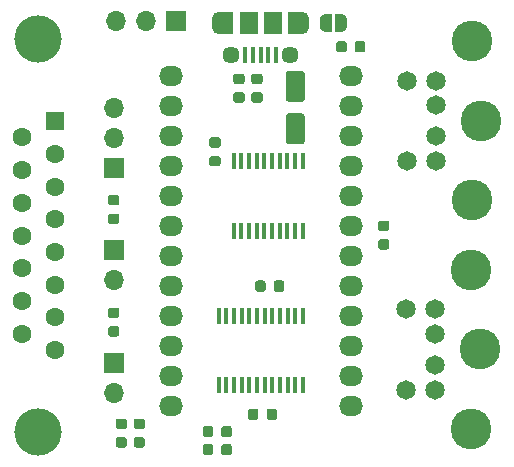
<source format=gbr>
G04 #@! TF.GenerationSoftware,KiCad,Pcbnew,5.1.4*
G04 #@! TF.CreationDate,2019-09-04T15:58:37+02:00*
G04 #@! TF.ProjectId,usb-to-ps2-gameport-hat-arduino-pro-mini,7573622d-746f-42d7-9073-322d67616d65,1.2*
G04 #@! TF.SameCoordinates,Original*
G04 #@! TF.FileFunction,Soldermask,Top*
G04 #@! TF.FilePolarity,Negative*
%FSLAX46Y46*%
G04 Gerber Fmt 4.6, Leading zero omitted, Abs format (unit mm)*
G04 Created by KiCad (PCBNEW 5.1.4) date 2019-09-04 15:58:37*
%MOMM*%
%LPD*%
G04 APERTURE LIST*
%ADD10R,1.600000X1.600000*%
%ADD11C,1.600000*%
%ADD12C,4.000000*%
%ADD13O,1.700000X1.700000*%
%ADD14R,1.700000X1.700000*%
%ADD15C,3.450000*%
%ADD16C,1.650000*%
%ADD17C,0.100000*%
%ADD18C,0.875000*%
%ADD19C,0.500000*%
%ADD20O,2.032000X1.727200*%
%ADD21R,0.450000X1.475000*%
%ADD22R,1.500000X1.900000*%
%ADD23C,1.450000*%
%ADD24R,0.400000X1.350000*%
%ADD25O,1.200000X1.900000*%
%ADD26R,1.200000X1.900000*%
%ADD27R,0.450000X1.450000*%
G04 APERTURE END LIST*
D10*
X146812000Y-84582000D03*
D11*
X146812000Y-87352000D03*
X146812000Y-90122000D03*
X146812000Y-92892000D03*
X146812000Y-95662000D03*
X146812000Y-98432000D03*
X146812000Y-101202000D03*
X146812000Y-103972000D03*
X143972000Y-85967000D03*
X143972000Y-88737000D03*
X143972000Y-91507000D03*
X143972000Y-94277000D03*
X143972000Y-97047000D03*
X143972000Y-99817000D03*
X143972000Y-102587000D03*
D12*
X145392000Y-77627000D03*
X145392000Y-110927000D03*
D13*
X151955500Y-76073000D03*
X154495500Y-76073000D03*
D14*
X157035500Y-76073000D03*
D15*
X182070000Y-91298500D03*
X182870000Y-84548500D03*
X182070000Y-77798500D03*
D16*
X176570000Y-87948500D03*
X176570000Y-81148500D03*
X179070000Y-87948500D03*
X179070000Y-81148500D03*
X179070000Y-85848500D03*
X179070000Y-83248500D03*
D15*
X182006500Y-110666000D03*
X182806500Y-103916000D03*
X182006500Y-97166000D03*
D16*
X176506500Y-107316000D03*
X176506500Y-100516000D03*
X179006500Y-107316000D03*
X179006500Y-100516000D03*
X179006500Y-105216000D03*
X179006500Y-102616000D03*
D17*
G36*
X171283691Y-77821553D02*
G01*
X171304926Y-77824703D01*
X171325750Y-77829919D01*
X171345962Y-77837151D01*
X171365368Y-77846330D01*
X171383781Y-77857366D01*
X171401024Y-77870154D01*
X171416930Y-77884570D01*
X171431346Y-77900476D01*
X171444134Y-77917719D01*
X171455170Y-77936132D01*
X171464349Y-77955538D01*
X171471581Y-77975750D01*
X171476797Y-77996574D01*
X171479947Y-78017809D01*
X171481000Y-78039250D01*
X171481000Y-78551750D01*
X171479947Y-78573191D01*
X171476797Y-78594426D01*
X171471581Y-78615250D01*
X171464349Y-78635462D01*
X171455170Y-78654868D01*
X171444134Y-78673281D01*
X171431346Y-78690524D01*
X171416930Y-78706430D01*
X171401024Y-78720846D01*
X171383781Y-78733634D01*
X171365368Y-78744670D01*
X171345962Y-78753849D01*
X171325750Y-78761081D01*
X171304926Y-78766297D01*
X171283691Y-78769447D01*
X171262250Y-78770500D01*
X170824750Y-78770500D01*
X170803309Y-78769447D01*
X170782074Y-78766297D01*
X170761250Y-78761081D01*
X170741038Y-78753849D01*
X170721632Y-78744670D01*
X170703219Y-78733634D01*
X170685976Y-78720846D01*
X170670070Y-78706430D01*
X170655654Y-78690524D01*
X170642866Y-78673281D01*
X170631830Y-78654868D01*
X170622651Y-78635462D01*
X170615419Y-78615250D01*
X170610203Y-78594426D01*
X170607053Y-78573191D01*
X170606000Y-78551750D01*
X170606000Y-78039250D01*
X170607053Y-78017809D01*
X170610203Y-77996574D01*
X170615419Y-77975750D01*
X170622651Y-77955538D01*
X170631830Y-77936132D01*
X170642866Y-77917719D01*
X170655654Y-77900476D01*
X170670070Y-77884570D01*
X170685976Y-77870154D01*
X170703219Y-77857366D01*
X170721632Y-77846330D01*
X170741038Y-77837151D01*
X170761250Y-77829919D01*
X170782074Y-77824703D01*
X170803309Y-77821553D01*
X170824750Y-77820500D01*
X171262250Y-77820500D01*
X171283691Y-77821553D01*
X171283691Y-77821553D01*
G37*
D18*
X171043500Y-78295500D03*
D17*
G36*
X172858691Y-77821553D02*
G01*
X172879926Y-77824703D01*
X172900750Y-77829919D01*
X172920962Y-77837151D01*
X172940368Y-77846330D01*
X172958781Y-77857366D01*
X172976024Y-77870154D01*
X172991930Y-77884570D01*
X173006346Y-77900476D01*
X173019134Y-77917719D01*
X173030170Y-77936132D01*
X173039349Y-77955538D01*
X173046581Y-77975750D01*
X173051797Y-77996574D01*
X173054947Y-78017809D01*
X173056000Y-78039250D01*
X173056000Y-78551750D01*
X173054947Y-78573191D01*
X173051797Y-78594426D01*
X173046581Y-78615250D01*
X173039349Y-78635462D01*
X173030170Y-78654868D01*
X173019134Y-78673281D01*
X173006346Y-78690524D01*
X172991930Y-78706430D01*
X172976024Y-78720846D01*
X172958781Y-78733634D01*
X172940368Y-78744670D01*
X172920962Y-78753849D01*
X172900750Y-78761081D01*
X172879926Y-78766297D01*
X172858691Y-78769447D01*
X172837250Y-78770500D01*
X172399750Y-78770500D01*
X172378309Y-78769447D01*
X172357074Y-78766297D01*
X172336250Y-78761081D01*
X172316038Y-78753849D01*
X172296632Y-78744670D01*
X172278219Y-78733634D01*
X172260976Y-78720846D01*
X172245070Y-78706430D01*
X172230654Y-78690524D01*
X172217866Y-78673281D01*
X172206830Y-78654868D01*
X172197651Y-78635462D01*
X172190419Y-78615250D01*
X172185203Y-78594426D01*
X172182053Y-78573191D01*
X172181000Y-78551750D01*
X172181000Y-78039250D01*
X172182053Y-78017809D01*
X172185203Y-77996574D01*
X172190419Y-77975750D01*
X172197651Y-77955538D01*
X172206830Y-77936132D01*
X172217866Y-77917719D01*
X172230654Y-77900476D01*
X172245070Y-77884570D01*
X172260976Y-77870154D01*
X172278219Y-77857366D01*
X172296632Y-77846330D01*
X172316038Y-77837151D01*
X172336250Y-77829919D01*
X172357074Y-77824703D01*
X172378309Y-77821553D01*
X172399750Y-77820500D01*
X172837250Y-77820500D01*
X172858691Y-77821553D01*
X172858691Y-77821553D01*
G37*
D18*
X172618500Y-78295500D03*
D17*
G36*
X174902691Y-93010053D02*
G01*
X174923926Y-93013203D01*
X174944750Y-93018419D01*
X174964962Y-93025651D01*
X174984368Y-93034830D01*
X175002781Y-93045866D01*
X175020024Y-93058654D01*
X175035930Y-93073070D01*
X175050346Y-93088976D01*
X175063134Y-93106219D01*
X175074170Y-93124632D01*
X175083349Y-93144038D01*
X175090581Y-93164250D01*
X175095797Y-93185074D01*
X175098947Y-93206309D01*
X175100000Y-93227750D01*
X175100000Y-93665250D01*
X175098947Y-93686691D01*
X175095797Y-93707926D01*
X175090581Y-93728750D01*
X175083349Y-93748962D01*
X175074170Y-93768368D01*
X175063134Y-93786781D01*
X175050346Y-93804024D01*
X175035930Y-93819930D01*
X175020024Y-93834346D01*
X175002781Y-93847134D01*
X174984368Y-93858170D01*
X174964962Y-93867349D01*
X174944750Y-93874581D01*
X174923926Y-93879797D01*
X174902691Y-93882947D01*
X174881250Y-93884000D01*
X174368750Y-93884000D01*
X174347309Y-93882947D01*
X174326074Y-93879797D01*
X174305250Y-93874581D01*
X174285038Y-93867349D01*
X174265632Y-93858170D01*
X174247219Y-93847134D01*
X174229976Y-93834346D01*
X174214070Y-93819930D01*
X174199654Y-93804024D01*
X174186866Y-93786781D01*
X174175830Y-93768368D01*
X174166651Y-93748962D01*
X174159419Y-93728750D01*
X174154203Y-93707926D01*
X174151053Y-93686691D01*
X174150000Y-93665250D01*
X174150000Y-93227750D01*
X174151053Y-93206309D01*
X174154203Y-93185074D01*
X174159419Y-93164250D01*
X174166651Y-93144038D01*
X174175830Y-93124632D01*
X174186866Y-93106219D01*
X174199654Y-93088976D01*
X174214070Y-93073070D01*
X174229976Y-93058654D01*
X174247219Y-93045866D01*
X174265632Y-93034830D01*
X174285038Y-93025651D01*
X174305250Y-93018419D01*
X174326074Y-93013203D01*
X174347309Y-93010053D01*
X174368750Y-93009000D01*
X174881250Y-93009000D01*
X174902691Y-93010053D01*
X174902691Y-93010053D01*
G37*
D18*
X174625000Y-93446500D03*
D17*
G36*
X174902691Y-94585053D02*
G01*
X174923926Y-94588203D01*
X174944750Y-94593419D01*
X174964962Y-94600651D01*
X174984368Y-94609830D01*
X175002781Y-94620866D01*
X175020024Y-94633654D01*
X175035930Y-94648070D01*
X175050346Y-94663976D01*
X175063134Y-94681219D01*
X175074170Y-94699632D01*
X175083349Y-94719038D01*
X175090581Y-94739250D01*
X175095797Y-94760074D01*
X175098947Y-94781309D01*
X175100000Y-94802750D01*
X175100000Y-95240250D01*
X175098947Y-95261691D01*
X175095797Y-95282926D01*
X175090581Y-95303750D01*
X175083349Y-95323962D01*
X175074170Y-95343368D01*
X175063134Y-95361781D01*
X175050346Y-95379024D01*
X175035930Y-95394930D01*
X175020024Y-95409346D01*
X175002781Y-95422134D01*
X174984368Y-95433170D01*
X174964962Y-95442349D01*
X174944750Y-95449581D01*
X174923926Y-95454797D01*
X174902691Y-95457947D01*
X174881250Y-95459000D01*
X174368750Y-95459000D01*
X174347309Y-95457947D01*
X174326074Y-95454797D01*
X174305250Y-95449581D01*
X174285038Y-95442349D01*
X174265632Y-95433170D01*
X174247219Y-95422134D01*
X174229976Y-95409346D01*
X174214070Y-95394930D01*
X174199654Y-95379024D01*
X174186866Y-95361781D01*
X174175830Y-95343368D01*
X174166651Y-95323962D01*
X174159419Y-95303750D01*
X174154203Y-95282926D01*
X174151053Y-95261691D01*
X174150000Y-95240250D01*
X174150000Y-94802750D01*
X174151053Y-94781309D01*
X174154203Y-94760074D01*
X174159419Y-94739250D01*
X174166651Y-94719038D01*
X174175830Y-94699632D01*
X174186866Y-94681219D01*
X174199654Y-94663976D01*
X174214070Y-94648070D01*
X174229976Y-94633654D01*
X174247219Y-94620866D01*
X174265632Y-94609830D01*
X174285038Y-94600651D01*
X174305250Y-94593419D01*
X174326074Y-94588203D01*
X174347309Y-94585053D01*
X174368750Y-94584000D01*
X174881250Y-94584000D01*
X174902691Y-94585053D01*
X174902691Y-94585053D01*
G37*
D18*
X174625000Y-95021500D03*
D19*
X169720500Y-76263500D03*
D17*
G36*
X170220500Y-77013500D02*
G01*
X169720500Y-77013500D01*
X169720500Y-77012898D01*
X169695966Y-77012898D01*
X169647135Y-77008088D01*
X169599010Y-76998516D01*
X169552055Y-76984272D01*
X169506722Y-76965495D01*
X169463449Y-76942364D01*
X169422650Y-76915104D01*
X169384721Y-76883976D01*
X169350024Y-76849279D01*
X169318896Y-76811350D01*
X169291636Y-76770551D01*
X169268505Y-76727278D01*
X169249728Y-76681945D01*
X169235484Y-76634990D01*
X169225912Y-76586865D01*
X169221102Y-76538034D01*
X169221102Y-76513500D01*
X169220500Y-76513500D01*
X169220500Y-76013500D01*
X169221102Y-76013500D01*
X169221102Y-75988966D01*
X169225912Y-75940135D01*
X169235484Y-75892010D01*
X169249728Y-75845055D01*
X169268505Y-75799722D01*
X169291636Y-75756449D01*
X169318896Y-75715650D01*
X169350024Y-75677721D01*
X169384721Y-75643024D01*
X169422650Y-75611896D01*
X169463449Y-75584636D01*
X169506722Y-75561505D01*
X169552055Y-75542728D01*
X169599010Y-75528484D01*
X169647135Y-75518912D01*
X169695966Y-75514102D01*
X169720500Y-75514102D01*
X169720500Y-75513500D01*
X170220500Y-75513500D01*
X170220500Y-77013500D01*
X170220500Y-77013500D01*
G37*
D19*
X171020500Y-76263500D03*
D17*
G36*
X171020500Y-75514102D02*
G01*
X171045034Y-75514102D01*
X171093865Y-75518912D01*
X171141990Y-75528484D01*
X171188945Y-75542728D01*
X171234278Y-75561505D01*
X171277551Y-75584636D01*
X171318350Y-75611896D01*
X171356279Y-75643024D01*
X171390976Y-75677721D01*
X171422104Y-75715650D01*
X171449364Y-75756449D01*
X171472495Y-75799722D01*
X171491272Y-75845055D01*
X171505516Y-75892010D01*
X171515088Y-75940135D01*
X171519898Y-75988966D01*
X171519898Y-76013500D01*
X171520500Y-76013500D01*
X171520500Y-76513500D01*
X171519898Y-76513500D01*
X171519898Y-76538034D01*
X171515088Y-76586865D01*
X171505516Y-76634990D01*
X171491272Y-76681945D01*
X171472495Y-76727278D01*
X171449364Y-76770551D01*
X171422104Y-76811350D01*
X171390976Y-76849279D01*
X171356279Y-76883976D01*
X171318350Y-76915104D01*
X171277551Y-76942364D01*
X171234278Y-76965495D01*
X171188945Y-76984272D01*
X171141990Y-76998516D01*
X171093865Y-77008088D01*
X171045034Y-77012898D01*
X171020500Y-77012898D01*
X171020500Y-77013500D01*
X170520500Y-77013500D01*
X170520500Y-75513500D01*
X171020500Y-75513500D01*
X171020500Y-75514102D01*
X171020500Y-75514102D01*
G37*
G36*
X154201691Y-109774053D02*
G01*
X154222926Y-109777203D01*
X154243750Y-109782419D01*
X154263962Y-109789651D01*
X154283368Y-109798830D01*
X154301781Y-109809866D01*
X154319024Y-109822654D01*
X154334930Y-109837070D01*
X154349346Y-109852976D01*
X154362134Y-109870219D01*
X154373170Y-109888632D01*
X154382349Y-109908038D01*
X154389581Y-109928250D01*
X154394797Y-109949074D01*
X154397947Y-109970309D01*
X154399000Y-109991750D01*
X154399000Y-110429250D01*
X154397947Y-110450691D01*
X154394797Y-110471926D01*
X154389581Y-110492750D01*
X154382349Y-110512962D01*
X154373170Y-110532368D01*
X154362134Y-110550781D01*
X154349346Y-110568024D01*
X154334930Y-110583930D01*
X154319024Y-110598346D01*
X154301781Y-110611134D01*
X154283368Y-110622170D01*
X154263962Y-110631349D01*
X154243750Y-110638581D01*
X154222926Y-110643797D01*
X154201691Y-110646947D01*
X154180250Y-110648000D01*
X153667750Y-110648000D01*
X153646309Y-110646947D01*
X153625074Y-110643797D01*
X153604250Y-110638581D01*
X153584038Y-110631349D01*
X153564632Y-110622170D01*
X153546219Y-110611134D01*
X153528976Y-110598346D01*
X153513070Y-110583930D01*
X153498654Y-110568024D01*
X153485866Y-110550781D01*
X153474830Y-110532368D01*
X153465651Y-110512962D01*
X153458419Y-110492750D01*
X153453203Y-110471926D01*
X153450053Y-110450691D01*
X153449000Y-110429250D01*
X153449000Y-109991750D01*
X153450053Y-109970309D01*
X153453203Y-109949074D01*
X153458419Y-109928250D01*
X153465651Y-109908038D01*
X153474830Y-109888632D01*
X153485866Y-109870219D01*
X153498654Y-109852976D01*
X153513070Y-109837070D01*
X153528976Y-109822654D01*
X153546219Y-109809866D01*
X153564632Y-109798830D01*
X153584038Y-109789651D01*
X153604250Y-109782419D01*
X153625074Y-109777203D01*
X153646309Y-109774053D01*
X153667750Y-109773000D01*
X154180250Y-109773000D01*
X154201691Y-109774053D01*
X154201691Y-109774053D01*
G37*
D18*
X153924000Y-110210500D03*
D17*
G36*
X154201691Y-111349053D02*
G01*
X154222926Y-111352203D01*
X154243750Y-111357419D01*
X154263962Y-111364651D01*
X154283368Y-111373830D01*
X154301781Y-111384866D01*
X154319024Y-111397654D01*
X154334930Y-111412070D01*
X154349346Y-111427976D01*
X154362134Y-111445219D01*
X154373170Y-111463632D01*
X154382349Y-111483038D01*
X154389581Y-111503250D01*
X154394797Y-111524074D01*
X154397947Y-111545309D01*
X154399000Y-111566750D01*
X154399000Y-112004250D01*
X154397947Y-112025691D01*
X154394797Y-112046926D01*
X154389581Y-112067750D01*
X154382349Y-112087962D01*
X154373170Y-112107368D01*
X154362134Y-112125781D01*
X154349346Y-112143024D01*
X154334930Y-112158930D01*
X154319024Y-112173346D01*
X154301781Y-112186134D01*
X154283368Y-112197170D01*
X154263962Y-112206349D01*
X154243750Y-112213581D01*
X154222926Y-112218797D01*
X154201691Y-112221947D01*
X154180250Y-112223000D01*
X153667750Y-112223000D01*
X153646309Y-112221947D01*
X153625074Y-112218797D01*
X153604250Y-112213581D01*
X153584038Y-112206349D01*
X153564632Y-112197170D01*
X153546219Y-112186134D01*
X153528976Y-112173346D01*
X153513070Y-112158930D01*
X153498654Y-112143024D01*
X153485866Y-112125781D01*
X153474830Y-112107368D01*
X153465651Y-112087962D01*
X153458419Y-112067750D01*
X153453203Y-112046926D01*
X153450053Y-112025691D01*
X153449000Y-112004250D01*
X153449000Y-111566750D01*
X153450053Y-111545309D01*
X153453203Y-111524074D01*
X153458419Y-111503250D01*
X153465651Y-111483038D01*
X153474830Y-111463632D01*
X153485866Y-111445219D01*
X153498654Y-111427976D01*
X153513070Y-111412070D01*
X153528976Y-111397654D01*
X153546219Y-111384866D01*
X153564632Y-111373830D01*
X153584038Y-111364651D01*
X153604250Y-111357419D01*
X153625074Y-111352203D01*
X153646309Y-111349053D01*
X153667750Y-111348000D01*
X154180250Y-111348000D01*
X154201691Y-111349053D01*
X154201691Y-111349053D01*
G37*
D18*
X153924000Y-111785500D03*
D17*
G36*
X159980691Y-111921053D02*
G01*
X160001926Y-111924203D01*
X160022750Y-111929419D01*
X160042962Y-111936651D01*
X160062368Y-111945830D01*
X160080781Y-111956866D01*
X160098024Y-111969654D01*
X160113930Y-111984070D01*
X160128346Y-111999976D01*
X160141134Y-112017219D01*
X160152170Y-112035632D01*
X160161349Y-112055038D01*
X160168581Y-112075250D01*
X160173797Y-112096074D01*
X160176947Y-112117309D01*
X160178000Y-112138750D01*
X160178000Y-112651250D01*
X160176947Y-112672691D01*
X160173797Y-112693926D01*
X160168581Y-112714750D01*
X160161349Y-112734962D01*
X160152170Y-112754368D01*
X160141134Y-112772781D01*
X160128346Y-112790024D01*
X160113930Y-112805930D01*
X160098024Y-112820346D01*
X160080781Y-112833134D01*
X160062368Y-112844170D01*
X160042962Y-112853349D01*
X160022750Y-112860581D01*
X160001926Y-112865797D01*
X159980691Y-112868947D01*
X159959250Y-112870000D01*
X159521750Y-112870000D01*
X159500309Y-112868947D01*
X159479074Y-112865797D01*
X159458250Y-112860581D01*
X159438038Y-112853349D01*
X159418632Y-112844170D01*
X159400219Y-112833134D01*
X159382976Y-112820346D01*
X159367070Y-112805930D01*
X159352654Y-112790024D01*
X159339866Y-112772781D01*
X159328830Y-112754368D01*
X159319651Y-112734962D01*
X159312419Y-112714750D01*
X159307203Y-112693926D01*
X159304053Y-112672691D01*
X159303000Y-112651250D01*
X159303000Y-112138750D01*
X159304053Y-112117309D01*
X159307203Y-112096074D01*
X159312419Y-112075250D01*
X159319651Y-112055038D01*
X159328830Y-112035632D01*
X159339866Y-112017219D01*
X159352654Y-111999976D01*
X159367070Y-111984070D01*
X159382976Y-111969654D01*
X159400219Y-111956866D01*
X159418632Y-111945830D01*
X159438038Y-111936651D01*
X159458250Y-111929419D01*
X159479074Y-111924203D01*
X159500309Y-111921053D01*
X159521750Y-111920000D01*
X159959250Y-111920000D01*
X159980691Y-111921053D01*
X159980691Y-111921053D01*
G37*
D18*
X159740500Y-112395000D03*
D17*
G36*
X161555691Y-111921053D02*
G01*
X161576926Y-111924203D01*
X161597750Y-111929419D01*
X161617962Y-111936651D01*
X161637368Y-111945830D01*
X161655781Y-111956866D01*
X161673024Y-111969654D01*
X161688930Y-111984070D01*
X161703346Y-111999976D01*
X161716134Y-112017219D01*
X161727170Y-112035632D01*
X161736349Y-112055038D01*
X161743581Y-112075250D01*
X161748797Y-112096074D01*
X161751947Y-112117309D01*
X161753000Y-112138750D01*
X161753000Y-112651250D01*
X161751947Y-112672691D01*
X161748797Y-112693926D01*
X161743581Y-112714750D01*
X161736349Y-112734962D01*
X161727170Y-112754368D01*
X161716134Y-112772781D01*
X161703346Y-112790024D01*
X161688930Y-112805930D01*
X161673024Y-112820346D01*
X161655781Y-112833134D01*
X161637368Y-112844170D01*
X161617962Y-112853349D01*
X161597750Y-112860581D01*
X161576926Y-112865797D01*
X161555691Y-112868947D01*
X161534250Y-112870000D01*
X161096750Y-112870000D01*
X161075309Y-112868947D01*
X161054074Y-112865797D01*
X161033250Y-112860581D01*
X161013038Y-112853349D01*
X160993632Y-112844170D01*
X160975219Y-112833134D01*
X160957976Y-112820346D01*
X160942070Y-112805930D01*
X160927654Y-112790024D01*
X160914866Y-112772781D01*
X160903830Y-112754368D01*
X160894651Y-112734962D01*
X160887419Y-112714750D01*
X160882203Y-112693926D01*
X160879053Y-112672691D01*
X160878000Y-112651250D01*
X160878000Y-112138750D01*
X160879053Y-112117309D01*
X160882203Y-112096074D01*
X160887419Y-112075250D01*
X160894651Y-112055038D01*
X160903830Y-112035632D01*
X160914866Y-112017219D01*
X160927654Y-111999976D01*
X160942070Y-111984070D01*
X160957976Y-111969654D01*
X160975219Y-111956866D01*
X160993632Y-111945830D01*
X161013038Y-111936651D01*
X161033250Y-111929419D01*
X161054074Y-111924203D01*
X161075309Y-111921053D01*
X161096750Y-111920000D01*
X161534250Y-111920000D01*
X161555691Y-111921053D01*
X161555691Y-111921053D01*
G37*
D18*
X161315500Y-112395000D03*
D17*
G36*
X152677691Y-109774053D02*
G01*
X152698926Y-109777203D01*
X152719750Y-109782419D01*
X152739962Y-109789651D01*
X152759368Y-109798830D01*
X152777781Y-109809866D01*
X152795024Y-109822654D01*
X152810930Y-109837070D01*
X152825346Y-109852976D01*
X152838134Y-109870219D01*
X152849170Y-109888632D01*
X152858349Y-109908038D01*
X152865581Y-109928250D01*
X152870797Y-109949074D01*
X152873947Y-109970309D01*
X152875000Y-109991750D01*
X152875000Y-110429250D01*
X152873947Y-110450691D01*
X152870797Y-110471926D01*
X152865581Y-110492750D01*
X152858349Y-110512962D01*
X152849170Y-110532368D01*
X152838134Y-110550781D01*
X152825346Y-110568024D01*
X152810930Y-110583930D01*
X152795024Y-110598346D01*
X152777781Y-110611134D01*
X152759368Y-110622170D01*
X152739962Y-110631349D01*
X152719750Y-110638581D01*
X152698926Y-110643797D01*
X152677691Y-110646947D01*
X152656250Y-110648000D01*
X152143750Y-110648000D01*
X152122309Y-110646947D01*
X152101074Y-110643797D01*
X152080250Y-110638581D01*
X152060038Y-110631349D01*
X152040632Y-110622170D01*
X152022219Y-110611134D01*
X152004976Y-110598346D01*
X151989070Y-110583930D01*
X151974654Y-110568024D01*
X151961866Y-110550781D01*
X151950830Y-110532368D01*
X151941651Y-110512962D01*
X151934419Y-110492750D01*
X151929203Y-110471926D01*
X151926053Y-110450691D01*
X151925000Y-110429250D01*
X151925000Y-109991750D01*
X151926053Y-109970309D01*
X151929203Y-109949074D01*
X151934419Y-109928250D01*
X151941651Y-109908038D01*
X151950830Y-109888632D01*
X151961866Y-109870219D01*
X151974654Y-109852976D01*
X151989070Y-109837070D01*
X152004976Y-109822654D01*
X152022219Y-109809866D01*
X152040632Y-109798830D01*
X152060038Y-109789651D01*
X152080250Y-109782419D01*
X152101074Y-109777203D01*
X152122309Y-109774053D01*
X152143750Y-109773000D01*
X152656250Y-109773000D01*
X152677691Y-109774053D01*
X152677691Y-109774053D01*
G37*
D18*
X152400000Y-110210500D03*
D17*
G36*
X152677691Y-111349053D02*
G01*
X152698926Y-111352203D01*
X152719750Y-111357419D01*
X152739962Y-111364651D01*
X152759368Y-111373830D01*
X152777781Y-111384866D01*
X152795024Y-111397654D01*
X152810930Y-111412070D01*
X152825346Y-111427976D01*
X152838134Y-111445219D01*
X152849170Y-111463632D01*
X152858349Y-111483038D01*
X152865581Y-111503250D01*
X152870797Y-111524074D01*
X152873947Y-111545309D01*
X152875000Y-111566750D01*
X152875000Y-112004250D01*
X152873947Y-112025691D01*
X152870797Y-112046926D01*
X152865581Y-112067750D01*
X152858349Y-112087962D01*
X152849170Y-112107368D01*
X152838134Y-112125781D01*
X152825346Y-112143024D01*
X152810930Y-112158930D01*
X152795024Y-112173346D01*
X152777781Y-112186134D01*
X152759368Y-112197170D01*
X152739962Y-112206349D01*
X152719750Y-112213581D01*
X152698926Y-112218797D01*
X152677691Y-112221947D01*
X152656250Y-112223000D01*
X152143750Y-112223000D01*
X152122309Y-112221947D01*
X152101074Y-112218797D01*
X152080250Y-112213581D01*
X152060038Y-112206349D01*
X152040632Y-112197170D01*
X152022219Y-112186134D01*
X152004976Y-112173346D01*
X151989070Y-112158930D01*
X151974654Y-112143024D01*
X151961866Y-112125781D01*
X151950830Y-112107368D01*
X151941651Y-112087962D01*
X151934419Y-112067750D01*
X151929203Y-112046926D01*
X151926053Y-112025691D01*
X151925000Y-112004250D01*
X151925000Y-111566750D01*
X151926053Y-111545309D01*
X151929203Y-111524074D01*
X151934419Y-111503250D01*
X151941651Y-111483038D01*
X151950830Y-111463632D01*
X151961866Y-111445219D01*
X151974654Y-111427976D01*
X151989070Y-111412070D01*
X152004976Y-111397654D01*
X152022219Y-111384866D01*
X152040632Y-111373830D01*
X152060038Y-111364651D01*
X152080250Y-111357419D01*
X152101074Y-111352203D01*
X152122309Y-111349053D01*
X152143750Y-111348000D01*
X152656250Y-111348000D01*
X152677691Y-111349053D01*
X152677691Y-111349053D01*
G37*
D18*
X152400000Y-111785500D03*
D17*
G36*
X159980691Y-110397053D02*
G01*
X160001926Y-110400203D01*
X160022750Y-110405419D01*
X160042962Y-110412651D01*
X160062368Y-110421830D01*
X160080781Y-110432866D01*
X160098024Y-110445654D01*
X160113930Y-110460070D01*
X160128346Y-110475976D01*
X160141134Y-110493219D01*
X160152170Y-110511632D01*
X160161349Y-110531038D01*
X160168581Y-110551250D01*
X160173797Y-110572074D01*
X160176947Y-110593309D01*
X160178000Y-110614750D01*
X160178000Y-111127250D01*
X160176947Y-111148691D01*
X160173797Y-111169926D01*
X160168581Y-111190750D01*
X160161349Y-111210962D01*
X160152170Y-111230368D01*
X160141134Y-111248781D01*
X160128346Y-111266024D01*
X160113930Y-111281930D01*
X160098024Y-111296346D01*
X160080781Y-111309134D01*
X160062368Y-111320170D01*
X160042962Y-111329349D01*
X160022750Y-111336581D01*
X160001926Y-111341797D01*
X159980691Y-111344947D01*
X159959250Y-111346000D01*
X159521750Y-111346000D01*
X159500309Y-111344947D01*
X159479074Y-111341797D01*
X159458250Y-111336581D01*
X159438038Y-111329349D01*
X159418632Y-111320170D01*
X159400219Y-111309134D01*
X159382976Y-111296346D01*
X159367070Y-111281930D01*
X159352654Y-111266024D01*
X159339866Y-111248781D01*
X159328830Y-111230368D01*
X159319651Y-111210962D01*
X159312419Y-111190750D01*
X159307203Y-111169926D01*
X159304053Y-111148691D01*
X159303000Y-111127250D01*
X159303000Y-110614750D01*
X159304053Y-110593309D01*
X159307203Y-110572074D01*
X159312419Y-110551250D01*
X159319651Y-110531038D01*
X159328830Y-110511632D01*
X159339866Y-110493219D01*
X159352654Y-110475976D01*
X159367070Y-110460070D01*
X159382976Y-110445654D01*
X159400219Y-110432866D01*
X159418632Y-110421830D01*
X159438038Y-110412651D01*
X159458250Y-110405419D01*
X159479074Y-110400203D01*
X159500309Y-110397053D01*
X159521750Y-110396000D01*
X159959250Y-110396000D01*
X159980691Y-110397053D01*
X159980691Y-110397053D01*
G37*
D18*
X159740500Y-110871000D03*
D17*
G36*
X161555691Y-110397053D02*
G01*
X161576926Y-110400203D01*
X161597750Y-110405419D01*
X161617962Y-110412651D01*
X161637368Y-110421830D01*
X161655781Y-110432866D01*
X161673024Y-110445654D01*
X161688930Y-110460070D01*
X161703346Y-110475976D01*
X161716134Y-110493219D01*
X161727170Y-110511632D01*
X161736349Y-110531038D01*
X161743581Y-110551250D01*
X161748797Y-110572074D01*
X161751947Y-110593309D01*
X161753000Y-110614750D01*
X161753000Y-111127250D01*
X161751947Y-111148691D01*
X161748797Y-111169926D01*
X161743581Y-111190750D01*
X161736349Y-111210962D01*
X161727170Y-111230368D01*
X161716134Y-111248781D01*
X161703346Y-111266024D01*
X161688930Y-111281930D01*
X161673024Y-111296346D01*
X161655781Y-111309134D01*
X161637368Y-111320170D01*
X161617962Y-111329349D01*
X161597750Y-111336581D01*
X161576926Y-111341797D01*
X161555691Y-111344947D01*
X161534250Y-111346000D01*
X161096750Y-111346000D01*
X161075309Y-111344947D01*
X161054074Y-111341797D01*
X161033250Y-111336581D01*
X161013038Y-111329349D01*
X160993632Y-111320170D01*
X160975219Y-111309134D01*
X160957976Y-111296346D01*
X160942070Y-111281930D01*
X160927654Y-111266024D01*
X160914866Y-111248781D01*
X160903830Y-111230368D01*
X160894651Y-111210962D01*
X160887419Y-111190750D01*
X160882203Y-111169926D01*
X160879053Y-111148691D01*
X160878000Y-111127250D01*
X160878000Y-110614750D01*
X160879053Y-110593309D01*
X160882203Y-110572074D01*
X160887419Y-110551250D01*
X160894651Y-110531038D01*
X160903830Y-110511632D01*
X160914866Y-110493219D01*
X160927654Y-110475976D01*
X160942070Y-110460070D01*
X160957976Y-110445654D01*
X160975219Y-110432866D01*
X160993632Y-110421830D01*
X161013038Y-110412651D01*
X161033250Y-110405419D01*
X161054074Y-110400203D01*
X161075309Y-110397053D01*
X161096750Y-110396000D01*
X161534250Y-110396000D01*
X161555691Y-110397053D01*
X161555691Y-110397053D01*
G37*
D18*
X161315500Y-110871000D03*
D20*
X171831000Y-108712000D03*
X171831000Y-106172000D03*
X171831000Y-103632000D03*
X171831000Y-101092000D03*
X171831000Y-98552000D03*
X171831000Y-96012000D03*
X171831000Y-93472000D03*
X171831000Y-90932000D03*
X171831000Y-88392000D03*
X171831000Y-85852000D03*
X171831000Y-83312000D03*
X171831000Y-80772000D03*
D21*
X160636000Y-101075000D03*
X161286000Y-101075000D03*
X161936000Y-101075000D03*
X162586000Y-101075000D03*
X163236000Y-101075000D03*
X163886000Y-101075000D03*
X164536000Y-101075000D03*
X165186000Y-101075000D03*
X165836000Y-101075000D03*
X166486000Y-101075000D03*
X167136000Y-101075000D03*
X167786000Y-101075000D03*
X167786000Y-106951000D03*
X167136000Y-106951000D03*
X166486000Y-106951000D03*
X165836000Y-106951000D03*
X165186000Y-106951000D03*
X164536000Y-106951000D03*
X163886000Y-106951000D03*
X163236000Y-106951000D03*
X162586000Y-106951000D03*
X161936000Y-106951000D03*
X161286000Y-106951000D03*
X160636000Y-106951000D03*
D22*
X163211000Y-76296000D03*
D23*
X166711000Y-78996000D03*
D24*
X164861000Y-78996000D03*
X165511000Y-78996000D03*
X162911000Y-78996000D03*
X163561000Y-78996000D03*
X164211000Y-78996000D03*
D23*
X161711000Y-78996000D03*
D22*
X165211000Y-76296000D03*
D25*
X167711000Y-76296000D03*
X160711000Y-76296000D03*
D26*
X161311000Y-76296000D03*
X167111000Y-76296000D03*
D17*
G36*
X152042691Y-101951053D02*
G01*
X152063926Y-101954203D01*
X152084750Y-101959419D01*
X152104962Y-101966651D01*
X152124368Y-101975830D01*
X152142781Y-101986866D01*
X152160024Y-101999654D01*
X152175930Y-102014070D01*
X152190346Y-102029976D01*
X152203134Y-102047219D01*
X152214170Y-102065632D01*
X152223349Y-102085038D01*
X152230581Y-102105250D01*
X152235797Y-102126074D01*
X152238947Y-102147309D01*
X152240000Y-102168750D01*
X152240000Y-102606250D01*
X152238947Y-102627691D01*
X152235797Y-102648926D01*
X152230581Y-102669750D01*
X152223349Y-102689962D01*
X152214170Y-102709368D01*
X152203134Y-102727781D01*
X152190346Y-102745024D01*
X152175930Y-102760930D01*
X152160024Y-102775346D01*
X152142781Y-102788134D01*
X152124368Y-102799170D01*
X152104962Y-102808349D01*
X152084750Y-102815581D01*
X152063926Y-102820797D01*
X152042691Y-102823947D01*
X152021250Y-102825000D01*
X151508750Y-102825000D01*
X151487309Y-102823947D01*
X151466074Y-102820797D01*
X151445250Y-102815581D01*
X151425038Y-102808349D01*
X151405632Y-102799170D01*
X151387219Y-102788134D01*
X151369976Y-102775346D01*
X151354070Y-102760930D01*
X151339654Y-102745024D01*
X151326866Y-102727781D01*
X151315830Y-102709368D01*
X151306651Y-102689962D01*
X151299419Y-102669750D01*
X151294203Y-102648926D01*
X151291053Y-102627691D01*
X151290000Y-102606250D01*
X151290000Y-102168750D01*
X151291053Y-102147309D01*
X151294203Y-102126074D01*
X151299419Y-102105250D01*
X151306651Y-102085038D01*
X151315830Y-102065632D01*
X151326866Y-102047219D01*
X151339654Y-102029976D01*
X151354070Y-102014070D01*
X151369976Y-101999654D01*
X151387219Y-101986866D01*
X151405632Y-101975830D01*
X151425038Y-101966651D01*
X151445250Y-101959419D01*
X151466074Y-101954203D01*
X151487309Y-101951053D01*
X151508750Y-101950000D01*
X152021250Y-101950000D01*
X152042691Y-101951053D01*
X152042691Y-101951053D01*
G37*
D18*
X151765000Y-102387500D03*
D17*
G36*
X152042691Y-100376053D02*
G01*
X152063926Y-100379203D01*
X152084750Y-100384419D01*
X152104962Y-100391651D01*
X152124368Y-100400830D01*
X152142781Y-100411866D01*
X152160024Y-100424654D01*
X152175930Y-100439070D01*
X152190346Y-100454976D01*
X152203134Y-100472219D01*
X152214170Y-100490632D01*
X152223349Y-100510038D01*
X152230581Y-100530250D01*
X152235797Y-100551074D01*
X152238947Y-100572309D01*
X152240000Y-100593750D01*
X152240000Y-101031250D01*
X152238947Y-101052691D01*
X152235797Y-101073926D01*
X152230581Y-101094750D01*
X152223349Y-101114962D01*
X152214170Y-101134368D01*
X152203134Y-101152781D01*
X152190346Y-101170024D01*
X152175930Y-101185930D01*
X152160024Y-101200346D01*
X152142781Y-101213134D01*
X152124368Y-101224170D01*
X152104962Y-101233349D01*
X152084750Y-101240581D01*
X152063926Y-101245797D01*
X152042691Y-101248947D01*
X152021250Y-101250000D01*
X151508750Y-101250000D01*
X151487309Y-101248947D01*
X151466074Y-101245797D01*
X151445250Y-101240581D01*
X151425038Y-101233349D01*
X151405632Y-101224170D01*
X151387219Y-101213134D01*
X151369976Y-101200346D01*
X151354070Y-101185930D01*
X151339654Y-101170024D01*
X151326866Y-101152781D01*
X151315830Y-101134368D01*
X151306651Y-101114962D01*
X151299419Y-101094750D01*
X151294203Y-101073926D01*
X151291053Y-101052691D01*
X151290000Y-101031250D01*
X151290000Y-100593750D01*
X151291053Y-100572309D01*
X151294203Y-100551074D01*
X151299419Y-100530250D01*
X151306651Y-100510038D01*
X151315830Y-100490632D01*
X151326866Y-100472219D01*
X151339654Y-100454976D01*
X151354070Y-100439070D01*
X151369976Y-100424654D01*
X151387219Y-100411866D01*
X151405632Y-100400830D01*
X151425038Y-100391651D01*
X151445250Y-100384419D01*
X151466074Y-100379203D01*
X151487309Y-100376053D01*
X151508750Y-100375000D01*
X152021250Y-100375000D01*
X152042691Y-100376053D01*
X152042691Y-100376053D01*
G37*
D18*
X151765000Y-100812500D03*
D17*
G36*
X152042691Y-92426053D02*
G01*
X152063926Y-92429203D01*
X152084750Y-92434419D01*
X152104962Y-92441651D01*
X152124368Y-92450830D01*
X152142781Y-92461866D01*
X152160024Y-92474654D01*
X152175930Y-92489070D01*
X152190346Y-92504976D01*
X152203134Y-92522219D01*
X152214170Y-92540632D01*
X152223349Y-92560038D01*
X152230581Y-92580250D01*
X152235797Y-92601074D01*
X152238947Y-92622309D01*
X152240000Y-92643750D01*
X152240000Y-93081250D01*
X152238947Y-93102691D01*
X152235797Y-93123926D01*
X152230581Y-93144750D01*
X152223349Y-93164962D01*
X152214170Y-93184368D01*
X152203134Y-93202781D01*
X152190346Y-93220024D01*
X152175930Y-93235930D01*
X152160024Y-93250346D01*
X152142781Y-93263134D01*
X152124368Y-93274170D01*
X152104962Y-93283349D01*
X152084750Y-93290581D01*
X152063926Y-93295797D01*
X152042691Y-93298947D01*
X152021250Y-93300000D01*
X151508750Y-93300000D01*
X151487309Y-93298947D01*
X151466074Y-93295797D01*
X151445250Y-93290581D01*
X151425038Y-93283349D01*
X151405632Y-93274170D01*
X151387219Y-93263134D01*
X151369976Y-93250346D01*
X151354070Y-93235930D01*
X151339654Y-93220024D01*
X151326866Y-93202781D01*
X151315830Y-93184368D01*
X151306651Y-93164962D01*
X151299419Y-93144750D01*
X151294203Y-93123926D01*
X151291053Y-93102691D01*
X151290000Y-93081250D01*
X151290000Y-92643750D01*
X151291053Y-92622309D01*
X151294203Y-92601074D01*
X151299419Y-92580250D01*
X151306651Y-92560038D01*
X151315830Y-92540632D01*
X151326866Y-92522219D01*
X151339654Y-92504976D01*
X151354070Y-92489070D01*
X151369976Y-92474654D01*
X151387219Y-92461866D01*
X151405632Y-92450830D01*
X151425038Y-92441651D01*
X151445250Y-92434419D01*
X151466074Y-92429203D01*
X151487309Y-92426053D01*
X151508750Y-92425000D01*
X152021250Y-92425000D01*
X152042691Y-92426053D01*
X152042691Y-92426053D01*
G37*
D18*
X151765000Y-92862500D03*
D17*
G36*
X152042691Y-90851053D02*
G01*
X152063926Y-90854203D01*
X152084750Y-90859419D01*
X152104962Y-90866651D01*
X152124368Y-90875830D01*
X152142781Y-90886866D01*
X152160024Y-90899654D01*
X152175930Y-90914070D01*
X152190346Y-90929976D01*
X152203134Y-90947219D01*
X152214170Y-90965632D01*
X152223349Y-90985038D01*
X152230581Y-91005250D01*
X152235797Y-91026074D01*
X152238947Y-91047309D01*
X152240000Y-91068750D01*
X152240000Y-91506250D01*
X152238947Y-91527691D01*
X152235797Y-91548926D01*
X152230581Y-91569750D01*
X152223349Y-91589962D01*
X152214170Y-91609368D01*
X152203134Y-91627781D01*
X152190346Y-91645024D01*
X152175930Y-91660930D01*
X152160024Y-91675346D01*
X152142781Y-91688134D01*
X152124368Y-91699170D01*
X152104962Y-91708349D01*
X152084750Y-91715581D01*
X152063926Y-91720797D01*
X152042691Y-91723947D01*
X152021250Y-91725000D01*
X151508750Y-91725000D01*
X151487309Y-91723947D01*
X151466074Y-91720797D01*
X151445250Y-91715581D01*
X151425038Y-91708349D01*
X151405632Y-91699170D01*
X151387219Y-91688134D01*
X151369976Y-91675346D01*
X151354070Y-91660930D01*
X151339654Y-91645024D01*
X151326866Y-91627781D01*
X151315830Y-91609368D01*
X151306651Y-91589962D01*
X151299419Y-91569750D01*
X151294203Y-91548926D01*
X151291053Y-91527691D01*
X151290000Y-91506250D01*
X151290000Y-91068750D01*
X151291053Y-91047309D01*
X151294203Y-91026074D01*
X151299419Y-91005250D01*
X151306651Y-90985038D01*
X151315830Y-90965632D01*
X151326866Y-90947219D01*
X151339654Y-90929976D01*
X151354070Y-90914070D01*
X151369976Y-90899654D01*
X151387219Y-90886866D01*
X151405632Y-90875830D01*
X151425038Y-90866651D01*
X151445250Y-90859419D01*
X151466074Y-90854203D01*
X151487309Y-90851053D01*
X151508750Y-90850000D01*
X152021250Y-90850000D01*
X152042691Y-90851053D01*
X152042691Y-90851053D01*
G37*
D18*
X151765000Y-91287500D03*
D17*
G36*
X164171191Y-80564053D02*
G01*
X164192426Y-80567203D01*
X164213250Y-80572419D01*
X164233462Y-80579651D01*
X164252868Y-80588830D01*
X164271281Y-80599866D01*
X164288524Y-80612654D01*
X164304430Y-80627070D01*
X164318846Y-80642976D01*
X164331634Y-80660219D01*
X164342670Y-80678632D01*
X164351849Y-80698038D01*
X164359081Y-80718250D01*
X164364297Y-80739074D01*
X164367447Y-80760309D01*
X164368500Y-80781750D01*
X164368500Y-81219250D01*
X164367447Y-81240691D01*
X164364297Y-81261926D01*
X164359081Y-81282750D01*
X164351849Y-81302962D01*
X164342670Y-81322368D01*
X164331634Y-81340781D01*
X164318846Y-81358024D01*
X164304430Y-81373930D01*
X164288524Y-81388346D01*
X164271281Y-81401134D01*
X164252868Y-81412170D01*
X164233462Y-81421349D01*
X164213250Y-81428581D01*
X164192426Y-81433797D01*
X164171191Y-81436947D01*
X164149750Y-81438000D01*
X163637250Y-81438000D01*
X163615809Y-81436947D01*
X163594574Y-81433797D01*
X163573750Y-81428581D01*
X163553538Y-81421349D01*
X163534132Y-81412170D01*
X163515719Y-81401134D01*
X163498476Y-81388346D01*
X163482570Y-81373930D01*
X163468154Y-81358024D01*
X163455366Y-81340781D01*
X163444330Y-81322368D01*
X163435151Y-81302962D01*
X163427919Y-81282750D01*
X163422703Y-81261926D01*
X163419553Y-81240691D01*
X163418500Y-81219250D01*
X163418500Y-80781750D01*
X163419553Y-80760309D01*
X163422703Y-80739074D01*
X163427919Y-80718250D01*
X163435151Y-80698038D01*
X163444330Y-80678632D01*
X163455366Y-80660219D01*
X163468154Y-80642976D01*
X163482570Y-80627070D01*
X163498476Y-80612654D01*
X163515719Y-80599866D01*
X163534132Y-80588830D01*
X163553538Y-80579651D01*
X163573750Y-80572419D01*
X163594574Y-80567203D01*
X163615809Y-80564053D01*
X163637250Y-80563000D01*
X164149750Y-80563000D01*
X164171191Y-80564053D01*
X164171191Y-80564053D01*
G37*
D18*
X163893500Y-81000500D03*
D17*
G36*
X164171191Y-82139053D02*
G01*
X164192426Y-82142203D01*
X164213250Y-82147419D01*
X164233462Y-82154651D01*
X164252868Y-82163830D01*
X164271281Y-82174866D01*
X164288524Y-82187654D01*
X164304430Y-82202070D01*
X164318846Y-82217976D01*
X164331634Y-82235219D01*
X164342670Y-82253632D01*
X164351849Y-82273038D01*
X164359081Y-82293250D01*
X164364297Y-82314074D01*
X164367447Y-82335309D01*
X164368500Y-82356750D01*
X164368500Y-82794250D01*
X164367447Y-82815691D01*
X164364297Y-82836926D01*
X164359081Y-82857750D01*
X164351849Y-82877962D01*
X164342670Y-82897368D01*
X164331634Y-82915781D01*
X164318846Y-82933024D01*
X164304430Y-82948930D01*
X164288524Y-82963346D01*
X164271281Y-82976134D01*
X164252868Y-82987170D01*
X164233462Y-82996349D01*
X164213250Y-83003581D01*
X164192426Y-83008797D01*
X164171191Y-83011947D01*
X164149750Y-83013000D01*
X163637250Y-83013000D01*
X163615809Y-83011947D01*
X163594574Y-83008797D01*
X163573750Y-83003581D01*
X163553538Y-82996349D01*
X163534132Y-82987170D01*
X163515719Y-82976134D01*
X163498476Y-82963346D01*
X163482570Y-82948930D01*
X163468154Y-82933024D01*
X163455366Y-82915781D01*
X163444330Y-82897368D01*
X163435151Y-82877962D01*
X163427919Y-82857750D01*
X163422703Y-82836926D01*
X163419553Y-82815691D01*
X163418500Y-82794250D01*
X163418500Y-82356750D01*
X163419553Y-82335309D01*
X163422703Y-82314074D01*
X163427919Y-82293250D01*
X163435151Y-82273038D01*
X163444330Y-82253632D01*
X163455366Y-82235219D01*
X163468154Y-82217976D01*
X163482570Y-82202070D01*
X163498476Y-82187654D01*
X163515719Y-82174866D01*
X163534132Y-82163830D01*
X163553538Y-82154651D01*
X163573750Y-82147419D01*
X163594574Y-82142203D01*
X163615809Y-82139053D01*
X163637250Y-82138000D01*
X164149750Y-82138000D01*
X164171191Y-82139053D01*
X164171191Y-82139053D01*
G37*
D18*
X163893500Y-82575500D03*
D17*
G36*
X164425691Y-98078053D02*
G01*
X164446926Y-98081203D01*
X164467750Y-98086419D01*
X164487962Y-98093651D01*
X164507368Y-98102830D01*
X164525781Y-98113866D01*
X164543024Y-98126654D01*
X164558930Y-98141070D01*
X164573346Y-98156976D01*
X164586134Y-98174219D01*
X164597170Y-98192632D01*
X164606349Y-98212038D01*
X164613581Y-98232250D01*
X164618797Y-98253074D01*
X164621947Y-98274309D01*
X164623000Y-98295750D01*
X164623000Y-98808250D01*
X164621947Y-98829691D01*
X164618797Y-98850926D01*
X164613581Y-98871750D01*
X164606349Y-98891962D01*
X164597170Y-98911368D01*
X164586134Y-98929781D01*
X164573346Y-98947024D01*
X164558930Y-98962930D01*
X164543024Y-98977346D01*
X164525781Y-98990134D01*
X164507368Y-99001170D01*
X164487962Y-99010349D01*
X164467750Y-99017581D01*
X164446926Y-99022797D01*
X164425691Y-99025947D01*
X164404250Y-99027000D01*
X163966750Y-99027000D01*
X163945309Y-99025947D01*
X163924074Y-99022797D01*
X163903250Y-99017581D01*
X163883038Y-99010349D01*
X163863632Y-99001170D01*
X163845219Y-98990134D01*
X163827976Y-98977346D01*
X163812070Y-98962930D01*
X163797654Y-98947024D01*
X163784866Y-98929781D01*
X163773830Y-98911368D01*
X163764651Y-98891962D01*
X163757419Y-98871750D01*
X163752203Y-98850926D01*
X163749053Y-98829691D01*
X163748000Y-98808250D01*
X163748000Y-98295750D01*
X163749053Y-98274309D01*
X163752203Y-98253074D01*
X163757419Y-98232250D01*
X163764651Y-98212038D01*
X163773830Y-98192632D01*
X163784866Y-98174219D01*
X163797654Y-98156976D01*
X163812070Y-98141070D01*
X163827976Y-98126654D01*
X163845219Y-98113866D01*
X163863632Y-98102830D01*
X163883038Y-98093651D01*
X163903250Y-98086419D01*
X163924074Y-98081203D01*
X163945309Y-98078053D01*
X163966750Y-98077000D01*
X164404250Y-98077000D01*
X164425691Y-98078053D01*
X164425691Y-98078053D01*
G37*
D18*
X164185500Y-98552000D03*
D17*
G36*
X166000691Y-98078053D02*
G01*
X166021926Y-98081203D01*
X166042750Y-98086419D01*
X166062962Y-98093651D01*
X166082368Y-98102830D01*
X166100781Y-98113866D01*
X166118024Y-98126654D01*
X166133930Y-98141070D01*
X166148346Y-98156976D01*
X166161134Y-98174219D01*
X166172170Y-98192632D01*
X166181349Y-98212038D01*
X166188581Y-98232250D01*
X166193797Y-98253074D01*
X166196947Y-98274309D01*
X166198000Y-98295750D01*
X166198000Y-98808250D01*
X166196947Y-98829691D01*
X166193797Y-98850926D01*
X166188581Y-98871750D01*
X166181349Y-98891962D01*
X166172170Y-98911368D01*
X166161134Y-98929781D01*
X166148346Y-98947024D01*
X166133930Y-98962930D01*
X166118024Y-98977346D01*
X166100781Y-98990134D01*
X166082368Y-99001170D01*
X166062962Y-99010349D01*
X166042750Y-99017581D01*
X166021926Y-99022797D01*
X166000691Y-99025947D01*
X165979250Y-99027000D01*
X165541750Y-99027000D01*
X165520309Y-99025947D01*
X165499074Y-99022797D01*
X165478250Y-99017581D01*
X165458038Y-99010349D01*
X165438632Y-99001170D01*
X165420219Y-98990134D01*
X165402976Y-98977346D01*
X165387070Y-98962930D01*
X165372654Y-98947024D01*
X165359866Y-98929781D01*
X165348830Y-98911368D01*
X165339651Y-98891962D01*
X165332419Y-98871750D01*
X165327203Y-98850926D01*
X165324053Y-98829691D01*
X165323000Y-98808250D01*
X165323000Y-98295750D01*
X165324053Y-98274309D01*
X165327203Y-98253074D01*
X165332419Y-98232250D01*
X165339651Y-98212038D01*
X165348830Y-98192632D01*
X165359866Y-98174219D01*
X165372654Y-98156976D01*
X165387070Y-98141070D01*
X165402976Y-98126654D01*
X165420219Y-98113866D01*
X165438632Y-98102830D01*
X165458038Y-98093651D01*
X165478250Y-98086419D01*
X165499074Y-98081203D01*
X165520309Y-98078053D01*
X165541750Y-98077000D01*
X165979250Y-98077000D01*
X166000691Y-98078053D01*
X166000691Y-98078053D01*
G37*
D18*
X165760500Y-98552000D03*
D17*
G36*
X163816191Y-108936553D02*
G01*
X163837426Y-108939703D01*
X163858250Y-108944919D01*
X163878462Y-108952151D01*
X163897868Y-108961330D01*
X163916281Y-108972366D01*
X163933524Y-108985154D01*
X163949430Y-108999570D01*
X163963846Y-109015476D01*
X163976634Y-109032719D01*
X163987670Y-109051132D01*
X163996849Y-109070538D01*
X164004081Y-109090750D01*
X164009297Y-109111574D01*
X164012447Y-109132809D01*
X164013500Y-109154250D01*
X164013500Y-109666750D01*
X164012447Y-109688191D01*
X164009297Y-109709426D01*
X164004081Y-109730250D01*
X163996849Y-109750462D01*
X163987670Y-109769868D01*
X163976634Y-109788281D01*
X163963846Y-109805524D01*
X163949430Y-109821430D01*
X163933524Y-109835846D01*
X163916281Y-109848634D01*
X163897868Y-109859670D01*
X163878462Y-109868849D01*
X163858250Y-109876081D01*
X163837426Y-109881297D01*
X163816191Y-109884447D01*
X163794750Y-109885500D01*
X163357250Y-109885500D01*
X163335809Y-109884447D01*
X163314574Y-109881297D01*
X163293750Y-109876081D01*
X163273538Y-109868849D01*
X163254132Y-109859670D01*
X163235719Y-109848634D01*
X163218476Y-109835846D01*
X163202570Y-109821430D01*
X163188154Y-109805524D01*
X163175366Y-109788281D01*
X163164330Y-109769868D01*
X163155151Y-109750462D01*
X163147919Y-109730250D01*
X163142703Y-109709426D01*
X163139553Y-109688191D01*
X163138500Y-109666750D01*
X163138500Y-109154250D01*
X163139553Y-109132809D01*
X163142703Y-109111574D01*
X163147919Y-109090750D01*
X163155151Y-109070538D01*
X163164330Y-109051132D01*
X163175366Y-109032719D01*
X163188154Y-109015476D01*
X163202570Y-108999570D01*
X163218476Y-108985154D01*
X163235719Y-108972366D01*
X163254132Y-108961330D01*
X163273538Y-108952151D01*
X163293750Y-108944919D01*
X163314574Y-108939703D01*
X163335809Y-108936553D01*
X163357250Y-108935500D01*
X163794750Y-108935500D01*
X163816191Y-108936553D01*
X163816191Y-108936553D01*
G37*
D18*
X163576000Y-109410500D03*
D17*
G36*
X165391191Y-108936553D02*
G01*
X165412426Y-108939703D01*
X165433250Y-108944919D01*
X165453462Y-108952151D01*
X165472868Y-108961330D01*
X165491281Y-108972366D01*
X165508524Y-108985154D01*
X165524430Y-108999570D01*
X165538846Y-109015476D01*
X165551634Y-109032719D01*
X165562670Y-109051132D01*
X165571849Y-109070538D01*
X165579081Y-109090750D01*
X165584297Y-109111574D01*
X165587447Y-109132809D01*
X165588500Y-109154250D01*
X165588500Y-109666750D01*
X165587447Y-109688191D01*
X165584297Y-109709426D01*
X165579081Y-109730250D01*
X165571849Y-109750462D01*
X165562670Y-109769868D01*
X165551634Y-109788281D01*
X165538846Y-109805524D01*
X165524430Y-109821430D01*
X165508524Y-109835846D01*
X165491281Y-109848634D01*
X165472868Y-109859670D01*
X165453462Y-109868849D01*
X165433250Y-109876081D01*
X165412426Y-109881297D01*
X165391191Y-109884447D01*
X165369750Y-109885500D01*
X164932250Y-109885500D01*
X164910809Y-109884447D01*
X164889574Y-109881297D01*
X164868750Y-109876081D01*
X164848538Y-109868849D01*
X164829132Y-109859670D01*
X164810719Y-109848634D01*
X164793476Y-109835846D01*
X164777570Y-109821430D01*
X164763154Y-109805524D01*
X164750366Y-109788281D01*
X164739330Y-109769868D01*
X164730151Y-109750462D01*
X164722919Y-109730250D01*
X164717703Y-109709426D01*
X164714553Y-109688191D01*
X164713500Y-109666750D01*
X164713500Y-109154250D01*
X164714553Y-109132809D01*
X164717703Y-109111574D01*
X164722919Y-109090750D01*
X164730151Y-109070538D01*
X164739330Y-109051132D01*
X164750366Y-109032719D01*
X164763154Y-109015476D01*
X164777570Y-108999570D01*
X164793476Y-108985154D01*
X164810719Y-108972366D01*
X164829132Y-108961330D01*
X164848538Y-108952151D01*
X164868750Y-108944919D01*
X164889574Y-108939703D01*
X164910809Y-108936553D01*
X164932250Y-108935500D01*
X165369750Y-108935500D01*
X165391191Y-108936553D01*
X165391191Y-108936553D01*
G37*
D18*
X165151000Y-109410500D03*
D17*
G36*
X160615191Y-85961553D02*
G01*
X160636426Y-85964703D01*
X160657250Y-85969919D01*
X160677462Y-85977151D01*
X160696868Y-85986330D01*
X160715281Y-85997366D01*
X160732524Y-86010154D01*
X160748430Y-86024570D01*
X160762846Y-86040476D01*
X160775634Y-86057719D01*
X160786670Y-86076132D01*
X160795849Y-86095538D01*
X160803081Y-86115750D01*
X160808297Y-86136574D01*
X160811447Y-86157809D01*
X160812500Y-86179250D01*
X160812500Y-86616750D01*
X160811447Y-86638191D01*
X160808297Y-86659426D01*
X160803081Y-86680250D01*
X160795849Y-86700462D01*
X160786670Y-86719868D01*
X160775634Y-86738281D01*
X160762846Y-86755524D01*
X160748430Y-86771430D01*
X160732524Y-86785846D01*
X160715281Y-86798634D01*
X160696868Y-86809670D01*
X160677462Y-86818849D01*
X160657250Y-86826081D01*
X160636426Y-86831297D01*
X160615191Y-86834447D01*
X160593750Y-86835500D01*
X160081250Y-86835500D01*
X160059809Y-86834447D01*
X160038574Y-86831297D01*
X160017750Y-86826081D01*
X159997538Y-86818849D01*
X159978132Y-86809670D01*
X159959719Y-86798634D01*
X159942476Y-86785846D01*
X159926570Y-86771430D01*
X159912154Y-86755524D01*
X159899366Y-86738281D01*
X159888330Y-86719868D01*
X159879151Y-86700462D01*
X159871919Y-86680250D01*
X159866703Y-86659426D01*
X159863553Y-86638191D01*
X159862500Y-86616750D01*
X159862500Y-86179250D01*
X159863553Y-86157809D01*
X159866703Y-86136574D01*
X159871919Y-86115750D01*
X159879151Y-86095538D01*
X159888330Y-86076132D01*
X159899366Y-86057719D01*
X159912154Y-86040476D01*
X159926570Y-86024570D01*
X159942476Y-86010154D01*
X159959719Y-85997366D01*
X159978132Y-85986330D01*
X159997538Y-85977151D01*
X160017750Y-85969919D01*
X160038574Y-85964703D01*
X160059809Y-85961553D01*
X160081250Y-85960500D01*
X160593750Y-85960500D01*
X160615191Y-85961553D01*
X160615191Y-85961553D01*
G37*
D18*
X160337500Y-86398000D03*
D17*
G36*
X160615191Y-87536553D02*
G01*
X160636426Y-87539703D01*
X160657250Y-87544919D01*
X160677462Y-87552151D01*
X160696868Y-87561330D01*
X160715281Y-87572366D01*
X160732524Y-87585154D01*
X160748430Y-87599570D01*
X160762846Y-87615476D01*
X160775634Y-87632719D01*
X160786670Y-87651132D01*
X160795849Y-87670538D01*
X160803081Y-87690750D01*
X160808297Y-87711574D01*
X160811447Y-87732809D01*
X160812500Y-87754250D01*
X160812500Y-88191750D01*
X160811447Y-88213191D01*
X160808297Y-88234426D01*
X160803081Y-88255250D01*
X160795849Y-88275462D01*
X160786670Y-88294868D01*
X160775634Y-88313281D01*
X160762846Y-88330524D01*
X160748430Y-88346430D01*
X160732524Y-88360846D01*
X160715281Y-88373634D01*
X160696868Y-88384670D01*
X160677462Y-88393849D01*
X160657250Y-88401081D01*
X160636426Y-88406297D01*
X160615191Y-88409447D01*
X160593750Y-88410500D01*
X160081250Y-88410500D01*
X160059809Y-88409447D01*
X160038574Y-88406297D01*
X160017750Y-88401081D01*
X159997538Y-88393849D01*
X159978132Y-88384670D01*
X159959719Y-88373634D01*
X159942476Y-88360846D01*
X159926570Y-88346430D01*
X159912154Y-88330524D01*
X159899366Y-88313281D01*
X159888330Y-88294868D01*
X159879151Y-88275462D01*
X159871919Y-88255250D01*
X159866703Y-88234426D01*
X159863553Y-88213191D01*
X159862500Y-88191750D01*
X159862500Y-87754250D01*
X159863553Y-87732809D01*
X159866703Y-87711574D01*
X159871919Y-87690750D01*
X159879151Y-87670538D01*
X159888330Y-87651132D01*
X159899366Y-87632719D01*
X159912154Y-87615476D01*
X159926570Y-87599570D01*
X159942476Y-87585154D01*
X159959719Y-87572366D01*
X159978132Y-87561330D01*
X159997538Y-87552151D01*
X160017750Y-87544919D01*
X160038574Y-87539703D01*
X160059809Y-87536553D01*
X160081250Y-87535500D01*
X160593750Y-87535500D01*
X160615191Y-87536553D01*
X160615191Y-87536553D01*
G37*
D18*
X160337500Y-87973000D03*
D17*
G36*
X162647191Y-82139053D02*
G01*
X162668426Y-82142203D01*
X162689250Y-82147419D01*
X162709462Y-82154651D01*
X162728868Y-82163830D01*
X162747281Y-82174866D01*
X162764524Y-82187654D01*
X162780430Y-82202070D01*
X162794846Y-82217976D01*
X162807634Y-82235219D01*
X162818670Y-82253632D01*
X162827849Y-82273038D01*
X162835081Y-82293250D01*
X162840297Y-82314074D01*
X162843447Y-82335309D01*
X162844500Y-82356750D01*
X162844500Y-82794250D01*
X162843447Y-82815691D01*
X162840297Y-82836926D01*
X162835081Y-82857750D01*
X162827849Y-82877962D01*
X162818670Y-82897368D01*
X162807634Y-82915781D01*
X162794846Y-82933024D01*
X162780430Y-82948930D01*
X162764524Y-82963346D01*
X162747281Y-82976134D01*
X162728868Y-82987170D01*
X162709462Y-82996349D01*
X162689250Y-83003581D01*
X162668426Y-83008797D01*
X162647191Y-83011947D01*
X162625750Y-83013000D01*
X162113250Y-83013000D01*
X162091809Y-83011947D01*
X162070574Y-83008797D01*
X162049750Y-83003581D01*
X162029538Y-82996349D01*
X162010132Y-82987170D01*
X161991719Y-82976134D01*
X161974476Y-82963346D01*
X161958570Y-82948930D01*
X161944154Y-82933024D01*
X161931366Y-82915781D01*
X161920330Y-82897368D01*
X161911151Y-82877962D01*
X161903919Y-82857750D01*
X161898703Y-82836926D01*
X161895553Y-82815691D01*
X161894500Y-82794250D01*
X161894500Y-82356750D01*
X161895553Y-82335309D01*
X161898703Y-82314074D01*
X161903919Y-82293250D01*
X161911151Y-82273038D01*
X161920330Y-82253632D01*
X161931366Y-82235219D01*
X161944154Y-82217976D01*
X161958570Y-82202070D01*
X161974476Y-82187654D01*
X161991719Y-82174866D01*
X162010132Y-82163830D01*
X162029538Y-82154651D01*
X162049750Y-82147419D01*
X162070574Y-82142203D01*
X162091809Y-82139053D01*
X162113250Y-82138000D01*
X162625750Y-82138000D01*
X162647191Y-82139053D01*
X162647191Y-82139053D01*
G37*
D18*
X162369500Y-82575500D03*
D17*
G36*
X162647191Y-80564053D02*
G01*
X162668426Y-80567203D01*
X162689250Y-80572419D01*
X162709462Y-80579651D01*
X162728868Y-80588830D01*
X162747281Y-80599866D01*
X162764524Y-80612654D01*
X162780430Y-80627070D01*
X162794846Y-80642976D01*
X162807634Y-80660219D01*
X162818670Y-80678632D01*
X162827849Y-80698038D01*
X162835081Y-80718250D01*
X162840297Y-80739074D01*
X162843447Y-80760309D01*
X162844500Y-80781750D01*
X162844500Y-81219250D01*
X162843447Y-81240691D01*
X162840297Y-81261926D01*
X162835081Y-81282750D01*
X162827849Y-81302962D01*
X162818670Y-81322368D01*
X162807634Y-81340781D01*
X162794846Y-81358024D01*
X162780430Y-81373930D01*
X162764524Y-81388346D01*
X162747281Y-81401134D01*
X162728868Y-81412170D01*
X162709462Y-81421349D01*
X162689250Y-81428581D01*
X162668426Y-81433797D01*
X162647191Y-81436947D01*
X162625750Y-81438000D01*
X162113250Y-81438000D01*
X162091809Y-81436947D01*
X162070574Y-81433797D01*
X162049750Y-81428581D01*
X162029538Y-81421349D01*
X162010132Y-81412170D01*
X161991719Y-81401134D01*
X161974476Y-81388346D01*
X161958570Y-81373930D01*
X161944154Y-81358024D01*
X161931366Y-81340781D01*
X161920330Y-81322368D01*
X161911151Y-81302962D01*
X161903919Y-81282750D01*
X161898703Y-81261926D01*
X161895553Y-81240691D01*
X161894500Y-81219250D01*
X161894500Y-80781750D01*
X161895553Y-80760309D01*
X161898703Y-80739074D01*
X161903919Y-80718250D01*
X161911151Y-80698038D01*
X161920330Y-80678632D01*
X161931366Y-80660219D01*
X161944154Y-80642976D01*
X161958570Y-80627070D01*
X161974476Y-80612654D01*
X161991719Y-80599866D01*
X162010132Y-80588830D01*
X162029538Y-80579651D01*
X162049750Y-80572419D01*
X162070574Y-80567203D01*
X162091809Y-80564053D01*
X162113250Y-80563000D01*
X162625750Y-80563000D01*
X162647191Y-80564053D01*
X162647191Y-80564053D01*
G37*
D18*
X162369500Y-81000500D03*
D13*
X151765000Y-83439000D03*
X151765000Y-85979000D03*
D14*
X151765000Y-88519000D03*
D13*
X151765000Y-107569000D03*
D14*
X151765000Y-105029000D03*
D13*
X151765000Y-98044000D03*
D14*
X151765000Y-95504000D03*
D27*
X161921000Y-87982000D03*
X162571000Y-87982000D03*
X163221000Y-87982000D03*
X163871000Y-87982000D03*
X164521000Y-87982000D03*
X165171000Y-87982000D03*
X165821000Y-87982000D03*
X166471000Y-87982000D03*
X167121000Y-87982000D03*
X167771000Y-87982000D03*
X167771000Y-93882000D03*
X167121000Y-93882000D03*
X166471000Y-93882000D03*
X165821000Y-93882000D03*
X165171000Y-93882000D03*
X164521000Y-93882000D03*
X163871000Y-93882000D03*
X163221000Y-93882000D03*
X162571000Y-93882000D03*
X161921000Y-93882000D03*
D20*
X156591000Y-108712000D03*
X156591000Y-106172000D03*
X156591000Y-103632000D03*
X156591000Y-101092000D03*
X156591000Y-98552000D03*
X156591000Y-96012000D03*
X156591000Y-93472000D03*
X156591000Y-90932000D03*
X156591000Y-88392000D03*
X156591000Y-85852000D03*
X156591000Y-83312000D03*
X156591000Y-80772000D03*
D17*
G36*
X167706504Y-83940204D02*
G01*
X167730773Y-83943804D01*
X167754571Y-83949765D01*
X167777671Y-83958030D01*
X167799849Y-83968520D01*
X167820893Y-83981133D01*
X167840598Y-83995747D01*
X167858777Y-84012223D01*
X167875253Y-84030402D01*
X167889867Y-84050107D01*
X167902480Y-84071151D01*
X167912970Y-84093329D01*
X167921235Y-84116429D01*
X167927196Y-84140227D01*
X167930796Y-84164496D01*
X167932000Y-84189000D01*
X167932000Y-86289000D01*
X167930796Y-86313504D01*
X167927196Y-86337773D01*
X167921235Y-86361571D01*
X167912970Y-86384671D01*
X167902480Y-86406849D01*
X167889867Y-86427893D01*
X167875253Y-86447598D01*
X167858777Y-86465777D01*
X167840598Y-86482253D01*
X167820893Y-86496867D01*
X167799849Y-86509480D01*
X167777671Y-86519970D01*
X167754571Y-86528235D01*
X167730773Y-86534196D01*
X167706504Y-86537796D01*
X167682000Y-86539000D01*
X166582000Y-86539000D01*
X166557496Y-86537796D01*
X166533227Y-86534196D01*
X166509429Y-86528235D01*
X166486329Y-86519970D01*
X166464151Y-86509480D01*
X166443107Y-86496867D01*
X166423402Y-86482253D01*
X166405223Y-86465777D01*
X166388747Y-86447598D01*
X166374133Y-86427893D01*
X166361520Y-86406849D01*
X166351030Y-86384671D01*
X166342765Y-86361571D01*
X166336804Y-86337773D01*
X166333204Y-86313504D01*
X166332000Y-86289000D01*
X166332000Y-84189000D01*
X166333204Y-84164496D01*
X166336804Y-84140227D01*
X166342765Y-84116429D01*
X166351030Y-84093329D01*
X166361520Y-84071151D01*
X166374133Y-84050107D01*
X166388747Y-84030402D01*
X166405223Y-84012223D01*
X166423402Y-83995747D01*
X166443107Y-83981133D01*
X166464151Y-83968520D01*
X166486329Y-83958030D01*
X166509429Y-83949765D01*
X166533227Y-83943804D01*
X166557496Y-83940204D01*
X166582000Y-83939000D01*
X167682000Y-83939000D01*
X167706504Y-83940204D01*
X167706504Y-83940204D01*
G37*
D11*
X167132000Y-85239000D03*
D17*
G36*
X167706504Y-80340204D02*
G01*
X167730773Y-80343804D01*
X167754571Y-80349765D01*
X167777671Y-80358030D01*
X167799849Y-80368520D01*
X167820893Y-80381133D01*
X167840598Y-80395747D01*
X167858777Y-80412223D01*
X167875253Y-80430402D01*
X167889867Y-80450107D01*
X167902480Y-80471151D01*
X167912970Y-80493329D01*
X167921235Y-80516429D01*
X167927196Y-80540227D01*
X167930796Y-80564496D01*
X167932000Y-80589000D01*
X167932000Y-82689000D01*
X167930796Y-82713504D01*
X167927196Y-82737773D01*
X167921235Y-82761571D01*
X167912970Y-82784671D01*
X167902480Y-82806849D01*
X167889867Y-82827893D01*
X167875253Y-82847598D01*
X167858777Y-82865777D01*
X167840598Y-82882253D01*
X167820893Y-82896867D01*
X167799849Y-82909480D01*
X167777671Y-82919970D01*
X167754571Y-82928235D01*
X167730773Y-82934196D01*
X167706504Y-82937796D01*
X167682000Y-82939000D01*
X166582000Y-82939000D01*
X166557496Y-82937796D01*
X166533227Y-82934196D01*
X166509429Y-82928235D01*
X166486329Y-82919970D01*
X166464151Y-82909480D01*
X166443107Y-82896867D01*
X166423402Y-82882253D01*
X166405223Y-82865777D01*
X166388747Y-82847598D01*
X166374133Y-82827893D01*
X166361520Y-82806849D01*
X166351030Y-82784671D01*
X166342765Y-82761571D01*
X166336804Y-82737773D01*
X166333204Y-82713504D01*
X166332000Y-82689000D01*
X166332000Y-80589000D01*
X166333204Y-80564496D01*
X166336804Y-80540227D01*
X166342765Y-80516429D01*
X166351030Y-80493329D01*
X166361520Y-80471151D01*
X166374133Y-80450107D01*
X166388747Y-80430402D01*
X166405223Y-80412223D01*
X166423402Y-80395747D01*
X166443107Y-80381133D01*
X166464151Y-80368520D01*
X166486329Y-80358030D01*
X166509429Y-80349765D01*
X166533227Y-80343804D01*
X166557496Y-80340204D01*
X166582000Y-80339000D01*
X167682000Y-80339000D01*
X167706504Y-80340204D01*
X167706504Y-80340204D01*
G37*
D11*
X167132000Y-81639000D03*
M02*

</source>
